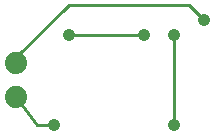
<source format=gbl>
G75*
G70*
%OFA0B0*%
%FSLAX24Y24*%
%IPPOS*%
%LPD*%
%AMOC8*
5,1,8,0,0,1.08239X$1,22.5*
%
%ADD10C,0.0740*%
%ADD11C,0.0410*%
%ADD12C,0.0100*%
D10*
X001982Y004662D03*
X001982Y005802D03*
D11*
X003732Y006732D03*
X006232Y006732D03*
X007232Y006732D03*
X008232Y007232D03*
X007232Y003732D03*
X003232Y003732D03*
D12*
X002662Y003732D02*
X001982Y004662D01*
X002662Y003732D02*
X003232Y003732D01*
X001982Y005802D02*
X001982Y005982D01*
X003732Y007732D01*
X007732Y007732D01*
X008232Y007232D01*
X007232Y006732D02*
X007232Y003732D01*
X006232Y006732D02*
X003732Y006732D01*
M02*

</source>
